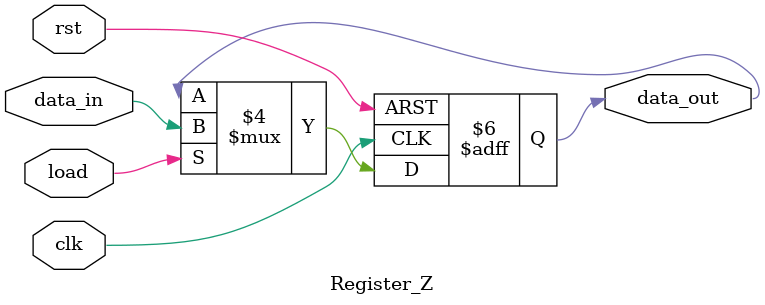
<source format=v>
/* D flip-flop for register Z
*/

module Register_Z (
    output reg  data_out,
    // data_out <= all_zero_flag
    input   data_in, load, clk, rst
);
    always @ (posedge clk or negedge rst)
        if (rst == 0) 
            data_out <= 0; 
        else if (load == 1)
            data_out <= data_in;
endmodule

</source>
